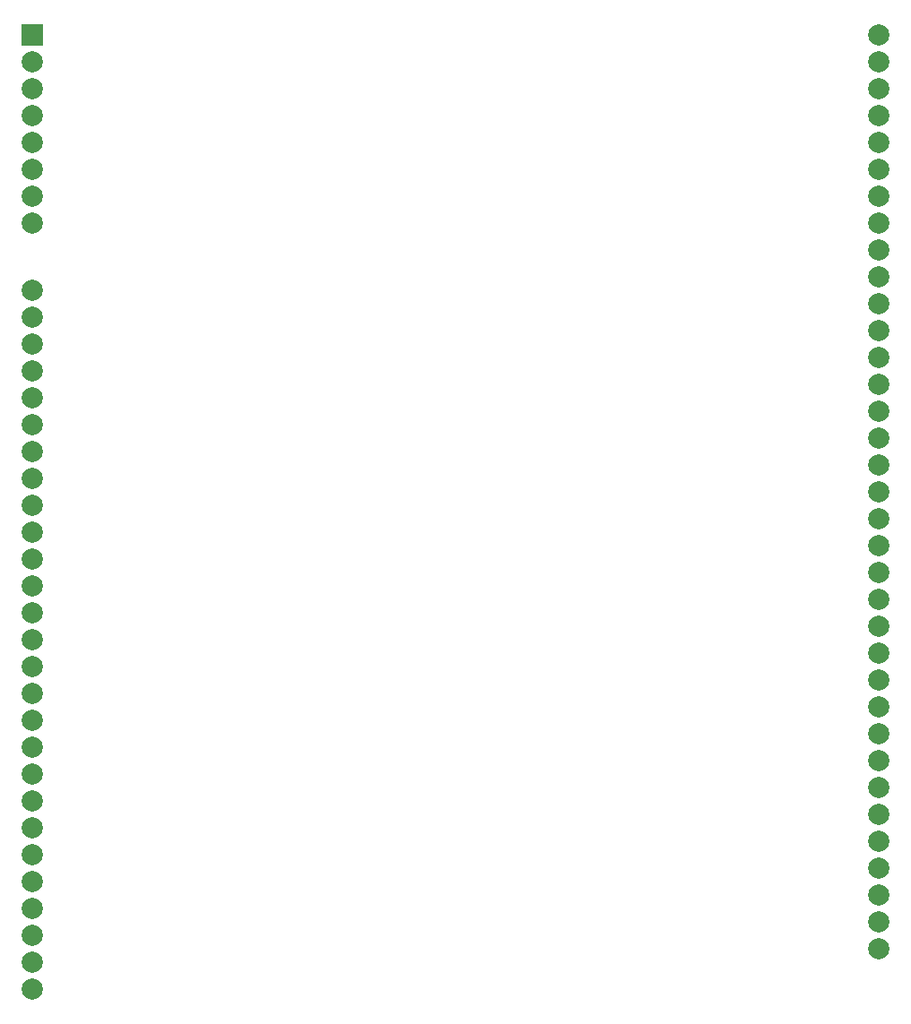
<source format=gbr>
%TF.GenerationSoftware,KiCad,Pcbnew,7.0.5-7.0.5~ubuntu20.04.1*%
%TF.CreationDate,2023-07-21T18:18:41-03:00*%
%TF.ProjectId,Barramento_EITduino,42617272-616d-4656-9e74-6f5f45495464,v01*%
%TF.SameCoordinates,Original*%
%TF.FileFunction,Soldermask,Bot*%
%TF.FilePolarity,Negative*%
%FSLAX46Y46*%
G04 Gerber Fmt 4.6, Leading zero omitted, Abs format (unit mm)*
G04 Created by KiCad (PCBNEW 7.0.5-7.0.5~ubuntu20.04.1) date 2023-07-21 18:18:41*
%MOMM*%
%LPD*%
G01*
G04 APERTURE LIST*
%ADD10C,2.000000*%
%ADD11R,2.000000X2.000000*%
G04 APERTURE END LIST*
D10*
%TO.C,J4*%
X186690000Y-57150000D03*
X186690000Y-59690000D03*
X186690000Y-62230000D03*
X186690000Y-64770000D03*
X186690000Y-67310000D03*
X186690000Y-69850000D03*
X186690000Y-72390000D03*
X186690000Y-74930000D03*
X186690000Y-77470000D03*
X186690000Y-80010000D03*
X186690000Y-82550000D03*
X186690000Y-85090000D03*
X186690000Y-87630000D03*
X186690000Y-90170000D03*
X186690000Y-92710000D03*
X186690000Y-95250000D03*
X186690000Y-97790000D03*
X186690000Y-100330000D03*
X186690000Y-102870000D03*
X186690000Y-105410000D03*
X186690000Y-107950000D03*
X186690000Y-110490000D03*
X186690000Y-113030000D03*
X186690000Y-115570000D03*
X186690000Y-118110000D03*
X186690000Y-120650000D03*
X186690000Y-123190000D03*
X186690000Y-125730000D03*
X186690000Y-128270000D03*
X186690000Y-130810000D03*
X186690000Y-133350000D03*
X186690000Y-135890000D03*
X186690000Y-138430000D03*
X186690000Y-140970000D03*
X186690000Y-143510000D03*
%TD*%
D11*
%TO.C,J2*%
X106680000Y-57150000D03*
D10*
X106680000Y-59690000D03*
X106680000Y-62230000D03*
X106680000Y-64770000D03*
X106680000Y-67310000D03*
X106680000Y-69850000D03*
X106680000Y-72390000D03*
X106680000Y-74930000D03*
%TD*%
%TO.C,J3*%
X106680000Y-81280000D03*
X106680000Y-83820000D03*
X106680000Y-86360000D03*
X106680000Y-88900000D03*
X106680000Y-91440000D03*
X106680000Y-93980000D03*
X106680000Y-96520000D03*
X106680000Y-99060000D03*
X106680000Y-101600000D03*
X106680000Y-104140000D03*
X106680000Y-106680000D03*
X106680000Y-109220000D03*
X106680000Y-111760000D03*
X106680000Y-114300000D03*
X106680000Y-116840000D03*
X106680000Y-119380000D03*
X106680000Y-121920000D03*
X106680000Y-124460000D03*
X106680000Y-127000000D03*
X106680000Y-129540000D03*
X106680000Y-132080000D03*
X106680000Y-134620000D03*
X106680000Y-137160000D03*
X106680000Y-139700000D03*
X106680000Y-142240000D03*
X106680000Y-144780000D03*
X106680000Y-147320000D03*
%TD*%
M02*

</source>
